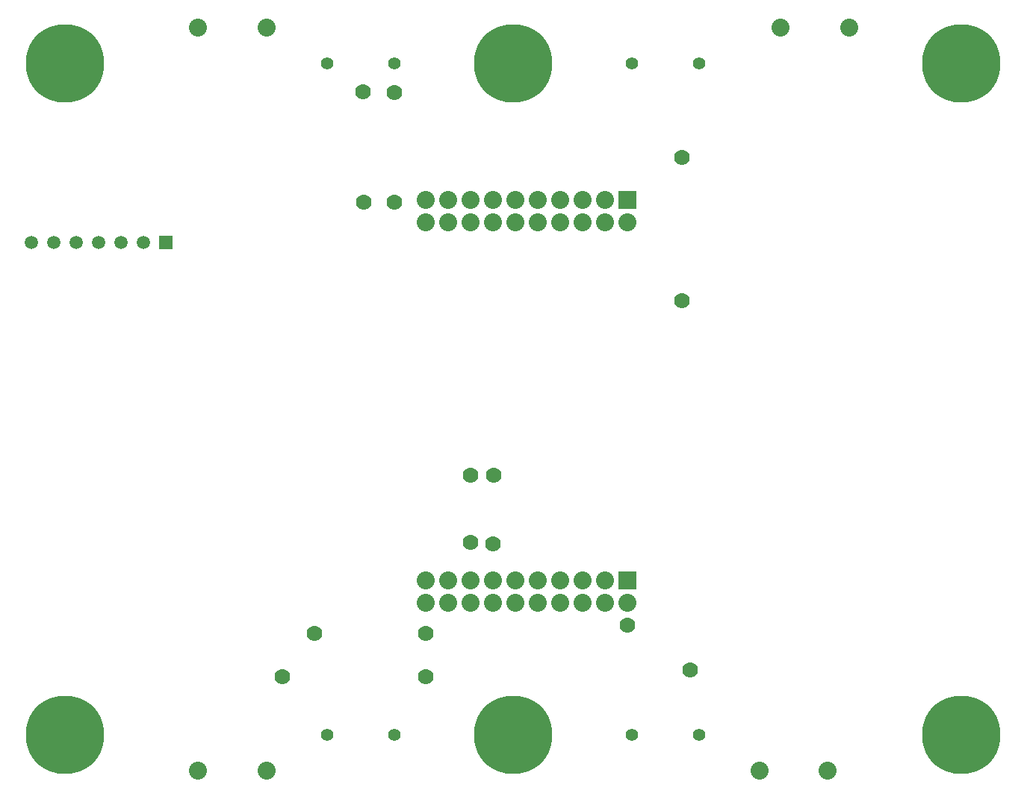
<source format=gbl>
G04*
G04 #@! TF.GenerationSoftware,Altium Limited,Altium Designer,18.1.9 (240)*
G04*
G04 Layer_Physical_Order=2*
G04 Layer_Color=16711680*
%FSLAX25Y25*%
%MOIN*%
G70*
G01*
G75*
%ADD12C,0.08000*%
%ADD13R,0.08000X0.08000*%
%ADD14C,0.35000*%
%ADD15C,0.05906*%
%ADD16R,0.05906X0.05906*%
%ADD17C,0.05512*%
%ADD18C,0.07000*%
D12*
X140000Y366000D02*
D03*
X109500D02*
D03*
X369500D02*
D03*
X400000D02*
D03*
X140000Y34000D02*
D03*
X109500D02*
D03*
X390500D02*
D03*
X360000D02*
D03*
X291000Y289000D02*
D03*
X281000D02*
D03*
X271000D02*
D03*
X261000D02*
D03*
X251000D02*
D03*
X241000D02*
D03*
X231000D02*
D03*
X221000D02*
D03*
X211000D02*
D03*
X301000Y279000D02*
D03*
X291000D02*
D03*
X281000D02*
D03*
X271000D02*
D03*
X261000D02*
D03*
X251000D02*
D03*
X241000D02*
D03*
X231000D02*
D03*
X221000D02*
D03*
X211000D02*
D03*
X301000Y109000D02*
D03*
X211000D02*
D03*
X221000D02*
D03*
X231000D02*
D03*
X241000D02*
D03*
X251000D02*
D03*
X261000D02*
D03*
X271000D02*
D03*
X281000D02*
D03*
X291000D02*
D03*
X211000Y119000D02*
D03*
X221000D02*
D03*
X231000D02*
D03*
X241000D02*
D03*
X251000D02*
D03*
X261000D02*
D03*
X271000D02*
D03*
X281000D02*
D03*
X291000D02*
D03*
D13*
X301000Y289000D02*
D03*
Y119000D02*
D03*
D14*
X450000Y50000D02*
D03*
X250000D02*
D03*
X50000D02*
D03*
X250000Y350000D02*
D03*
X50000D02*
D03*
X450000D02*
D03*
D15*
X35000Y270000D02*
D03*
X45000D02*
D03*
X55000D02*
D03*
X65000D02*
D03*
X85000D02*
D03*
X75000D02*
D03*
D16*
X95000D02*
D03*
D17*
X167000Y350000D02*
D03*
X197000D02*
D03*
X333000D02*
D03*
X303000D02*
D03*
X167000Y50000D02*
D03*
X197000D02*
D03*
X333000D02*
D03*
X303000D02*
D03*
D18*
X329000Y79000D02*
D03*
X301000Y99000D02*
D03*
X231000Y166000D02*
D03*
Y136000D02*
D03*
X241000Y135500D02*
D03*
X241500Y166000D02*
D03*
X183000Y337500D02*
D03*
X197000Y337000D02*
D03*
X325500Y244000D02*
D03*
Y308000D02*
D03*
X197000Y288000D02*
D03*
X161500Y95500D02*
D03*
X147000Y76000D02*
D03*
X183500Y288000D02*
D03*
X211000Y76000D02*
D03*
Y95500D02*
D03*
M02*

</source>
